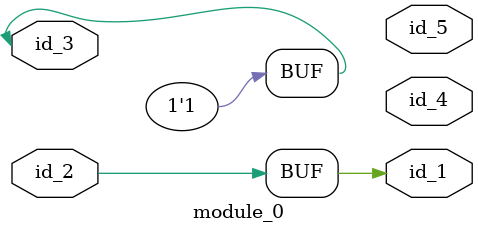
<source format=v>
module module_0 (
    id_1,
    id_2,
    id_3,
    id_4,
    id_5
);
  output id_5;
  output id_4;
  inout id_3;
  inout id_2;
  output id_1;
  assign id_1 = id_2;
  assign id_3 = 1;
endmodule

</source>
